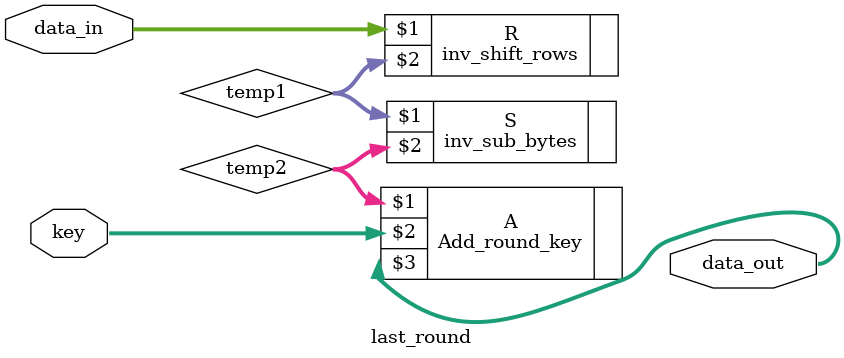
<source format=v>
module last_round (data_in,key,data_out);
  input [0:127] data_in,key;
  
  output [0:127]data_out;
  wire [0:127] temp1,temp2;
  
 inv_shift_rows R (data_in,temp1);
    inv_sub_bytes S (temp1,temp2);
     Add_round_key A (temp2,key,data_out);
  
  
  
endmodule

</source>
